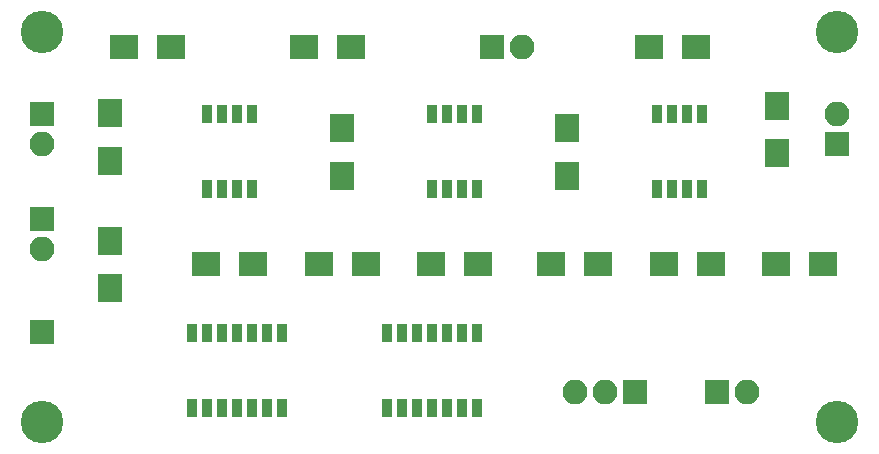
<source format=gts>
G04 #@! TF.FileFunction,Soldermask,Top*
%FSLAX46Y46*%
G04 Gerber Fmt 4.6, Leading zero omitted, Abs format (unit mm)*
G04 Created by KiCad (PCBNEW 4.0.5) date 2021 March 06, Saturday 14:32:17*
%MOMM*%
%LPD*%
G01*
G04 APERTURE LIST*
%ADD10C,0.100000*%
%ADD11R,2.400000X2.000000*%
%ADD12R,2.000000X2.400000*%
%ADD13R,2.100000X2.100000*%
%ADD14O,2.100000X2.100000*%
%ADD15R,2.400000X2.100000*%
%ADD16R,2.100000X2.400000*%
%ADD17R,0.908000X1.543000*%
%ADD18C,3.600000*%
G04 APERTURE END LIST*
D10*
D11*
X92805000Y-95885000D03*
X88805000Y-95885000D03*
D12*
X80645000Y-83090000D03*
X80645000Y-87090000D03*
X80645000Y-97885000D03*
X80645000Y-93885000D03*
X100330000Y-84360000D03*
X100330000Y-88360000D03*
D11*
X102330000Y-95885000D03*
X98330000Y-95885000D03*
X130270000Y-77470000D03*
X126270000Y-77470000D03*
D12*
X137160000Y-86455000D03*
X137160000Y-82455000D03*
D13*
X74930000Y-83185000D03*
D14*
X74930000Y-85725000D03*
D13*
X113030000Y-77470000D03*
D14*
X115570000Y-77470000D03*
D13*
X74930000Y-92075000D03*
D14*
X74930000Y-94615000D03*
D13*
X132080000Y-106680000D03*
D14*
X134620000Y-106680000D03*
D13*
X142240000Y-85725000D03*
D14*
X142240000Y-83185000D03*
D15*
X97060000Y-77470000D03*
X101060000Y-77470000D03*
X85820000Y-77470000D03*
X81820000Y-77470000D03*
D16*
X119380000Y-88360000D03*
X119380000Y-84360000D03*
D15*
X122015000Y-95885000D03*
X118015000Y-95885000D03*
X127540000Y-95885000D03*
X131540000Y-95885000D03*
X137065000Y-95885000D03*
X141065000Y-95885000D03*
D17*
X88900000Y-83185000D03*
X90170000Y-83185000D03*
X91440000Y-83185000D03*
X92710000Y-83185000D03*
X92710000Y-89535000D03*
X91440000Y-89535000D03*
X90170000Y-89535000D03*
X88900000Y-89535000D03*
X107950000Y-83185000D03*
X109220000Y-83185000D03*
X110490000Y-83185000D03*
X111760000Y-83185000D03*
X111760000Y-89535000D03*
X110490000Y-89535000D03*
X109220000Y-89535000D03*
X107950000Y-89535000D03*
X127000000Y-83185000D03*
X128270000Y-83185000D03*
X129540000Y-83185000D03*
X130810000Y-83185000D03*
X130810000Y-89535000D03*
X129540000Y-89535000D03*
X128270000Y-89535000D03*
X127000000Y-89535000D03*
D13*
X125095000Y-106680000D03*
D14*
X122555000Y-106680000D03*
X120015000Y-106680000D03*
D13*
X74930000Y-101600000D03*
D18*
X74930000Y-109220000D03*
X74930000Y-76200000D03*
X142240000Y-109220000D03*
X142240000Y-76200000D03*
D17*
X87630000Y-108077000D03*
X88900000Y-108077000D03*
X90170000Y-108077000D03*
X91440000Y-108077000D03*
X92710000Y-108077000D03*
X93980000Y-108077000D03*
X95250000Y-108077000D03*
X95250000Y-101727000D03*
X93980000Y-101727000D03*
X91440000Y-101727000D03*
X90170000Y-101727000D03*
X88900000Y-101727000D03*
X87630000Y-101727000D03*
X92710000Y-101727000D03*
X104140000Y-108077000D03*
X105410000Y-108077000D03*
X106680000Y-108077000D03*
X107950000Y-108077000D03*
X109220000Y-108077000D03*
X110490000Y-108077000D03*
X111760000Y-108077000D03*
X111760000Y-101727000D03*
X110490000Y-101727000D03*
X107950000Y-101727000D03*
X106680000Y-101727000D03*
X105410000Y-101727000D03*
X104140000Y-101727000D03*
X109220000Y-101727000D03*
D15*
X107855000Y-95885000D03*
X111855000Y-95885000D03*
M02*

</source>
